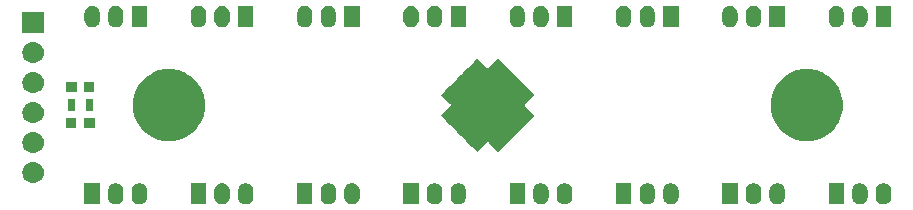
<source format=gbr>
G04 #@! TF.GenerationSoftware,KiCad,Pcbnew,(5.1.2)-1*
G04 #@! TF.CreationDate,2020-06-07T14:36:20+02:00*
G04 #@! TF.ProjectId,sensor-board,73656e73-6f72-42d6-926f-6172642e6b69,rev?*
G04 #@! TF.SameCoordinates,Original*
G04 #@! TF.FileFunction,Soldermask,Top*
G04 #@! TF.FilePolarity,Negative*
%FSLAX46Y46*%
G04 Gerber Fmt 4.6, Leading zero omitted, Abs format (unit mm)*
G04 Created by KiCad (PCBNEW (5.1.2)-1) date 2020-06-07 14:36:20*
%MOMM*%
%LPD*%
G04 APERTURE LIST*
%ADD10C,0.100000*%
G04 APERTURE END LIST*
D10*
G36*
X85127617Y-95608420D02*
G01*
X85218403Y-95635960D01*
X85250335Y-95645646D01*
X85363424Y-95706094D01*
X85462554Y-95787447D01*
X85543906Y-95886575D01*
X85604354Y-95999664D01*
X85614040Y-96031596D01*
X85641580Y-96122382D01*
X85651000Y-96218027D01*
X85651000Y-96781973D01*
X85641580Y-96877618D01*
X85614040Y-96968404D01*
X85604354Y-97000336D01*
X85543906Y-97113425D01*
X85462554Y-97212554D01*
X85363425Y-97293906D01*
X85250336Y-97354354D01*
X85218404Y-97364040D01*
X85127618Y-97391580D01*
X85000000Y-97404149D01*
X84872383Y-97391580D01*
X84781597Y-97364040D01*
X84749665Y-97354354D01*
X84636576Y-97293906D01*
X84537447Y-97212553D01*
X84456094Y-97113425D01*
X84395646Y-97000336D01*
X84385960Y-96968404D01*
X84358420Y-96877618D01*
X84349000Y-96781973D01*
X84349000Y-96218028D01*
X84358420Y-96122383D01*
X84395645Y-95999669D01*
X84395646Y-95999665D01*
X84456094Y-95886576D01*
X84537447Y-95787446D01*
X84636575Y-95706094D01*
X84749664Y-95645646D01*
X84781596Y-95635960D01*
X84872382Y-95608420D01*
X85000000Y-95595851D01*
X85127617Y-95608420D01*
X85127617Y-95608420D01*
G37*
G36*
X148127617Y-95608420D02*
G01*
X148218403Y-95635960D01*
X148250335Y-95645646D01*
X148363424Y-95706094D01*
X148462554Y-95787447D01*
X148543906Y-95886575D01*
X148604354Y-95999664D01*
X148614040Y-96031596D01*
X148641580Y-96122382D01*
X148651000Y-96218027D01*
X148651000Y-96781973D01*
X148641580Y-96877618D01*
X148614040Y-96968404D01*
X148604354Y-97000336D01*
X148543906Y-97113425D01*
X148462554Y-97212554D01*
X148363425Y-97293906D01*
X148250336Y-97354354D01*
X148218404Y-97364040D01*
X148127618Y-97391580D01*
X148000000Y-97404149D01*
X147872383Y-97391580D01*
X147781597Y-97364040D01*
X147749665Y-97354354D01*
X147636576Y-97293906D01*
X147537447Y-97212553D01*
X147456094Y-97113425D01*
X147395646Y-97000336D01*
X147385960Y-96968404D01*
X147358420Y-96877618D01*
X147349000Y-96781973D01*
X147349000Y-96218028D01*
X147358420Y-96122383D01*
X147395645Y-95999669D01*
X147395646Y-95999665D01*
X147456094Y-95886576D01*
X147537447Y-95787446D01*
X147636575Y-95706094D01*
X147749664Y-95645646D01*
X147781596Y-95635960D01*
X147872382Y-95608420D01*
X148000000Y-95595851D01*
X148127617Y-95608420D01*
X148127617Y-95608420D01*
G37*
G36*
X112127617Y-95608420D02*
G01*
X112218403Y-95635960D01*
X112250335Y-95645646D01*
X112363424Y-95706094D01*
X112462554Y-95787447D01*
X112543906Y-95886575D01*
X112604354Y-95999664D01*
X112614040Y-96031596D01*
X112641580Y-96122382D01*
X112651000Y-96218027D01*
X112651000Y-96781973D01*
X112641580Y-96877618D01*
X112614040Y-96968404D01*
X112604354Y-97000336D01*
X112543906Y-97113425D01*
X112462554Y-97212554D01*
X112363425Y-97293906D01*
X112250336Y-97354354D01*
X112218404Y-97364040D01*
X112127618Y-97391580D01*
X112000000Y-97404149D01*
X111872383Y-97391580D01*
X111781597Y-97364040D01*
X111749665Y-97354354D01*
X111636576Y-97293906D01*
X111537447Y-97212553D01*
X111456094Y-97113425D01*
X111395646Y-97000336D01*
X111385960Y-96968404D01*
X111358420Y-96877618D01*
X111349000Y-96781973D01*
X111349000Y-96218028D01*
X111358420Y-96122383D01*
X111395645Y-95999669D01*
X111395646Y-95999665D01*
X111456094Y-95886576D01*
X111537447Y-95787446D01*
X111636575Y-95706094D01*
X111749664Y-95645646D01*
X111781596Y-95635960D01*
X111872382Y-95608420D01*
X112000000Y-95595851D01*
X112127617Y-95608420D01*
X112127617Y-95608420D01*
G37*
G36*
X114127617Y-95608420D02*
G01*
X114218403Y-95635960D01*
X114250335Y-95645646D01*
X114363424Y-95706094D01*
X114462554Y-95787447D01*
X114543906Y-95886575D01*
X114604354Y-95999664D01*
X114614040Y-96031596D01*
X114641580Y-96122382D01*
X114651000Y-96218027D01*
X114651000Y-96781973D01*
X114641580Y-96877618D01*
X114614040Y-96968404D01*
X114604354Y-97000336D01*
X114543906Y-97113425D01*
X114462554Y-97212554D01*
X114363425Y-97293906D01*
X114250336Y-97354354D01*
X114218404Y-97364040D01*
X114127618Y-97391580D01*
X114000000Y-97404149D01*
X113872383Y-97391580D01*
X113781597Y-97364040D01*
X113749665Y-97354354D01*
X113636576Y-97293906D01*
X113537447Y-97212553D01*
X113456094Y-97113425D01*
X113395646Y-97000336D01*
X113385960Y-96968404D01*
X113358420Y-96877618D01*
X113349000Y-96781973D01*
X113349000Y-96218028D01*
X113358420Y-96122383D01*
X113395645Y-95999669D01*
X113395646Y-95999665D01*
X113456094Y-95886576D01*
X113537447Y-95787446D01*
X113636575Y-95706094D01*
X113749664Y-95645646D01*
X113781596Y-95635960D01*
X113872382Y-95608420D01*
X114000000Y-95595851D01*
X114127617Y-95608420D01*
X114127617Y-95608420D01*
G37*
G36*
X103127617Y-95608420D02*
G01*
X103218403Y-95635960D01*
X103250335Y-95645646D01*
X103363424Y-95706094D01*
X103462554Y-95787447D01*
X103543906Y-95886575D01*
X103604354Y-95999664D01*
X103614040Y-96031596D01*
X103641580Y-96122382D01*
X103651000Y-96218027D01*
X103651000Y-96781973D01*
X103641580Y-96877618D01*
X103614040Y-96968404D01*
X103604354Y-97000336D01*
X103543906Y-97113425D01*
X103462554Y-97212554D01*
X103363425Y-97293906D01*
X103250336Y-97354354D01*
X103218404Y-97364040D01*
X103127618Y-97391580D01*
X103000000Y-97404149D01*
X102872383Y-97391580D01*
X102781597Y-97364040D01*
X102749665Y-97354354D01*
X102636576Y-97293906D01*
X102537447Y-97212553D01*
X102456094Y-97113425D01*
X102395646Y-97000336D01*
X102385960Y-96968404D01*
X102358420Y-96877618D01*
X102349000Y-96781973D01*
X102349000Y-96218028D01*
X102358420Y-96122383D01*
X102395645Y-95999669D01*
X102395646Y-95999665D01*
X102456094Y-95886576D01*
X102537447Y-95787446D01*
X102636575Y-95706094D01*
X102749664Y-95645646D01*
X102781596Y-95635960D01*
X102872382Y-95608420D01*
X103000000Y-95595851D01*
X103127617Y-95608420D01*
X103127617Y-95608420D01*
G37*
G36*
X105127617Y-95608420D02*
G01*
X105218403Y-95635960D01*
X105250335Y-95645646D01*
X105363424Y-95706094D01*
X105462554Y-95787447D01*
X105543906Y-95886575D01*
X105604354Y-95999664D01*
X105614040Y-96031596D01*
X105641580Y-96122382D01*
X105651000Y-96218027D01*
X105651000Y-96781973D01*
X105641580Y-96877618D01*
X105614040Y-96968404D01*
X105604354Y-97000336D01*
X105543906Y-97113425D01*
X105462554Y-97212554D01*
X105363425Y-97293906D01*
X105250336Y-97354354D01*
X105218404Y-97364040D01*
X105127618Y-97391580D01*
X105000000Y-97404149D01*
X104872383Y-97391580D01*
X104781597Y-97364040D01*
X104749665Y-97354354D01*
X104636576Y-97293906D01*
X104537447Y-97212553D01*
X104456094Y-97113425D01*
X104395646Y-97000336D01*
X104385960Y-96968404D01*
X104358420Y-96877618D01*
X104349000Y-96781973D01*
X104349000Y-96218028D01*
X104358420Y-96122383D01*
X104395645Y-95999669D01*
X104395646Y-95999665D01*
X104456094Y-95886576D01*
X104537447Y-95787446D01*
X104636575Y-95706094D01*
X104749664Y-95645646D01*
X104781596Y-95635960D01*
X104872382Y-95608420D01*
X105000000Y-95595851D01*
X105127617Y-95608420D01*
X105127617Y-95608420D01*
G37*
G36*
X94127617Y-95608420D02*
G01*
X94218403Y-95635960D01*
X94250335Y-95645646D01*
X94363424Y-95706094D01*
X94462554Y-95787447D01*
X94543906Y-95886575D01*
X94604354Y-95999664D01*
X94614040Y-96031596D01*
X94641580Y-96122382D01*
X94651000Y-96218027D01*
X94651000Y-96781973D01*
X94641580Y-96877618D01*
X94614040Y-96968404D01*
X94604354Y-97000336D01*
X94543906Y-97113425D01*
X94462554Y-97212554D01*
X94363425Y-97293906D01*
X94250336Y-97354354D01*
X94218404Y-97364040D01*
X94127618Y-97391580D01*
X94000000Y-97404149D01*
X93872383Y-97391580D01*
X93781597Y-97364040D01*
X93749665Y-97354354D01*
X93636576Y-97293906D01*
X93537447Y-97212553D01*
X93456094Y-97113425D01*
X93395646Y-97000336D01*
X93385960Y-96968404D01*
X93358420Y-96877618D01*
X93349000Y-96781973D01*
X93349000Y-96218028D01*
X93358420Y-96122383D01*
X93395645Y-95999669D01*
X93395646Y-95999665D01*
X93456094Y-95886576D01*
X93537447Y-95787446D01*
X93636575Y-95706094D01*
X93749664Y-95645646D01*
X93781596Y-95635960D01*
X93872382Y-95608420D01*
X94000000Y-95595851D01*
X94127617Y-95608420D01*
X94127617Y-95608420D01*
G37*
G36*
X96127617Y-95608420D02*
G01*
X96218403Y-95635960D01*
X96250335Y-95645646D01*
X96363424Y-95706094D01*
X96462554Y-95787447D01*
X96543906Y-95886575D01*
X96604354Y-95999664D01*
X96614040Y-96031596D01*
X96641580Y-96122382D01*
X96651000Y-96218027D01*
X96651000Y-96781973D01*
X96641580Y-96877618D01*
X96614040Y-96968404D01*
X96604354Y-97000336D01*
X96543906Y-97113425D01*
X96462554Y-97212554D01*
X96363425Y-97293906D01*
X96250336Y-97354354D01*
X96218404Y-97364040D01*
X96127618Y-97391580D01*
X96000000Y-97404149D01*
X95872383Y-97391580D01*
X95781597Y-97364040D01*
X95749665Y-97354354D01*
X95636576Y-97293906D01*
X95537447Y-97212553D01*
X95456094Y-97113425D01*
X95395646Y-97000336D01*
X95385960Y-96968404D01*
X95358420Y-96877618D01*
X95349000Y-96781973D01*
X95349000Y-96218028D01*
X95358420Y-96122383D01*
X95395645Y-95999669D01*
X95395646Y-95999665D01*
X95456094Y-95886576D01*
X95537447Y-95787446D01*
X95636575Y-95706094D01*
X95749664Y-95645646D01*
X95781596Y-95635960D01*
X95872382Y-95608420D01*
X96000000Y-95595851D01*
X96127617Y-95608420D01*
X96127617Y-95608420D01*
G37*
G36*
X87127617Y-95608420D02*
G01*
X87218403Y-95635960D01*
X87250335Y-95645646D01*
X87363424Y-95706094D01*
X87462554Y-95787447D01*
X87543906Y-95886575D01*
X87604354Y-95999664D01*
X87614040Y-96031596D01*
X87641580Y-96122382D01*
X87651000Y-96218027D01*
X87651000Y-96781973D01*
X87641580Y-96877618D01*
X87614040Y-96968404D01*
X87604354Y-97000336D01*
X87543906Y-97113425D01*
X87462554Y-97212554D01*
X87363425Y-97293906D01*
X87250336Y-97354354D01*
X87218404Y-97364040D01*
X87127618Y-97391580D01*
X87000000Y-97404149D01*
X86872383Y-97391580D01*
X86781597Y-97364040D01*
X86749665Y-97354354D01*
X86636576Y-97293906D01*
X86537447Y-97212553D01*
X86456094Y-97113425D01*
X86395646Y-97000336D01*
X86385960Y-96968404D01*
X86358420Y-96877618D01*
X86349000Y-96781973D01*
X86349000Y-96218028D01*
X86358420Y-96122383D01*
X86395645Y-95999669D01*
X86395646Y-95999665D01*
X86456094Y-95886576D01*
X86537447Y-95787446D01*
X86636575Y-95706094D01*
X86749664Y-95645646D01*
X86781596Y-95635960D01*
X86872382Y-95608420D01*
X87000000Y-95595851D01*
X87127617Y-95608420D01*
X87127617Y-95608420D01*
G37*
G36*
X150127617Y-95608420D02*
G01*
X150218403Y-95635960D01*
X150250335Y-95645646D01*
X150363424Y-95706094D01*
X150462554Y-95787447D01*
X150543906Y-95886575D01*
X150604354Y-95999664D01*
X150614040Y-96031596D01*
X150641580Y-96122382D01*
X150651000Y-96218027D01*
X150651000Y-96781973D01*
X150641580Y-96877618D01*
X150614040Y-96968404D01*
X150604354Y-97000336D01*
X150543906Y-97113425D01*
X150462554Y-97212554D01*
X150363425Y-97293906D01*
X150250336Y-97354354D01*
X150218404Y-97364040D01*
X150127618Y-97391580D01*
X150000000Y-97404149D01*
X149872383Y-97391580D01*
X149781597Y-97364040D01*
X149749665Y-97354354D01*
X149636576Y-97293906D01*
X149537447Y-97212553D01*
X149456094Y-97113425D01*
X149395646Y-97000336D01*
X149385960Y-96968404D01*
X149358420Y-96877618D01*
X149349000Y-96781973D01*
X149349000Y-96218028D01*
X149358420Y-96122383D01*
X149395645Y-95999669D01*
X149395646Y-95999665D01*
X149456094Y-95886576D01*
X149537447Y-95787446D01*
X149636575Y-95706094D01*
X149749664Y-95645646D01*
X149781596Y-95635960D01*
X149872382Y-95608420D01*
X150000000Y-95595851D01*
X150127617Y-95608420D01*
X150127617Y-95608420D01*
G37*
G36*
X139127617Y-95608420D02*
G01*
X139218403Y-95635960D01*
X139250335Y-95645646D01*
X139363424Y-95706094D01*
X139462554Y-95787447D01*
X139543906Y-95886575D01*
X139604354Y-95999664D01*
X139614040Y-96031596D01*
X139641580Y-96122382D01*
X139651000Y-96218027D01*
X139651000Y-96781973D01*
X139641580Y-96877618D01*
X139614040Y-96968404D01*
X139604354Y-97000336D01*
X139543906Y-97113425D01*
X139462554Y-97212554D01*
X139363425Y-97293906D01*
X139250336Y-97354354D01*
X139218404Y-97364040D01*
X139127618Y-97391580D01*
X139000000Y-97404149D01*
X138872383Y-97391580D01*
X138781597Y-97364040D01*
X138749665Y-97354354D01*
X138636576Y-97293906D01*
X138537447Y-97212553D01*
X138456094Y-97113425D01*
X138395646Y-97000336D01*
X138385960Y-96968404D01*
X138358420Y-96877618D01*
X138349000Y-96781973D01*
X138349000Y-96218028D01*
X138358420Y-96122383D01*
X138395645Y-95999669D01*
X138395646Y-95999665D01*
X138456094Y-95886576D01*
X138537447Y-95787446D01*
X138636575Y-95706094D01*
X138749664Y-95645646D01*
X138781596Y-95635960D01*
X138872382Y-95608420D01*
X139000000Y-95595851D01*
X139127617Y-95608420D01*
X139127617Y-95608420D01*
G37*
G36*
X141127617Y-95608420D02*
G01*
X141218403Y-95635960D01*
X141250335Y-95645646D01*
X141363424Y-95706094D01*
X141462554Y-95787447D01*
X141543906Y-95886575D01*
X141604354Y-95999664D01*
X141614040Y-96031596D01*
X141641580Y-96122382D01*
X141651000Y-96218027D01*
X141651000Y-96781973D01*
X141641580Y-96877618D01*
X141614040Y-96968404D01*
X141604354Y-97000336D01*
X141543906Y-97113425D01*
X141462554Y-97212554D01*
X141363425Y-97293906D01*
X141250336Y-97354354D01*
X141218404Y-97364040D01*
X141127618Y-97391580D01*
X141000000Y-97404149D01*
X140872383Y-97391580D01*
X140781597Y-97364040D01*
X140749665Y-97354354D01*
X140636576Y-97293906D01*
X140537447Y-97212553D01*
X140456094Y-97113425D01*
X140395646Y-97000336D01*
X140385960Y-96968404D01*
X140358420Y-96877618D01*
X140349000Y-96781973D01*
X140349000Y-96218028D01*
X140358420Y-96122383D01*
X140395645Y-95999669D01*
X140395646Y-95999665D01*
X140456094Y-95886576D01*
X140537447Y-95787446D01*
X140636575Y-95706094D01*
X140749664Y-95645646D01*
X140781596Y-95635960D01*
X140872382Y-95608420D01*
X141000000Y-95595851D01*
X141127617Y-95608420D01*
X141127617Y-95608420D01*
G37*
G36*
X130127617Y-95608420D02*
G01*
X130218403Y-95635960D01*
X130250335Y-95645646D01*
X130363424Y-95706094D01*
X130462554Y-95787447D01*
X130543906Y-95886575D01*
X130604354Y-95999664D01*
X130614040Y-96031596D01*
X130641580Y-96122382D01*
X130651000Y-96218027D01*
X130651000Y-96781973D01*
X130641580Y-96877618D01*
X130614040Y-96968404D01*
X130604354Y-97000336D01*
X130543906Y-97113425D01*
X130462554Y-97212554D01*
X130363425Y-97293906D01*
X130250336Y-97354354D01*
X130218404Y-97364040D01*
X130127618Y-97391580D01*
X130000000Y-97404149D01*
X129872383Y-97391580D01*
X129781597Y-97364040D01*
X129749665Y-97354354D01*
X129636576Y-97293906D01*
X129537447Y-97212553D01*
X129456094Y-97113425D01*
X129395646Y-97000336D01*
X129385960Y-96968404D01*
X129358420Y-96877618D01*
X129349000Y-96781973D01*
X129349000Y-96218028D01*
X129358420Y-96122383D01*
X129395645Y-95999669D01*
X129395646Y-95999665D01*
X129456094Y-95886576D01*
X129537447Y-95787446D01*
X129636575Y-95706094D01*
X129749664Y-95645646D01*
X129781596Y-95635960D01*
X129872382Y-95608420D01*
X130000000Y-95595851D01*
X130127617Y-95608420D01*
X130127617Y-95608420D01*
G37*
G36*
X132127617Y-95608420D02*
G01*
X132218403Y-95635960D01*
X132250335Y-95645646D01*
X132363424Y-95706094D01*
X132462554Y-95787447D01*
X132543906Y-95886575D01*
X132604354Y-95999664D01*
X132614040Y-96031596D01*
X132641580Y-96122382D01*
X132651000Y-96218027D01*
X132651000Y-96781973D01*
X132641580Y-96877618D01*
X132614040Y-96968404D01*
X132604354Y-97000336D01*
X132543906Y-97113425D01*
X132462554Y-97212554D01*
X132363425Y-97293906D01*
X132250336Y-97354354D01*
X132218404Y-97364040D01*
X132127618Y-97391580D01*
X132000000Y-97404149D01*
X131872383Y-97391580D01*
X131781597Y-97364040D01*
X131749665Y-97354354D01*
X131636576Y-97293906D01*
X131537447Y-97212553D01*
X131456094Y-97113425D01*
X131395646Y-97000336D01*
X131385960Y-96968404D01*
X131358420Y-96877618D01*
X131349000Y-96781973D01*
X131349000Y-96218028D01*
X131358420Y-96122383D01*
X131395645Y-95999669D01*
X131395646Y-95999665D01*
X131456094Y-95886576D01*
X131537447Y-95787446D01*
X131636575Y-95706094D01*
X131749664Y-95645646D01*
X131781596Y-95635960D01*
X131872382Y-95608420D01*
X132000000Y-95595851D01*
X132127617Y-95608420D01*
X132127617Y-95608420D01*
G37*
G36*
X121127617Y-95608420D02*
G01*
X121218403Y-95635960D01*
X121250335Y-95645646D01*
X121363424Y-95706094D01*
X121462554Y-95787447D01*
X121543906Y-95886575D01*
X121604354Y-95999664D01*
X121614040Y-96031596D01*
X121641580Y-96122382D01*
X121651000Y-96218027D01*
X121651000Y-96781973D01*
X121641580Y-96877618D01*
X121614040Y-96968404D01*
X121604354Y-97000336D01*
X121543906Y-97113425D01*
X121462554Y-97212554D01*
X121363425Y-97293906D01*
X121250336Y-97354354D01*
X121218404Y-97364040D01*
X121127618Y-97391580D01*
X121000000Y-97404149D01*
X120872383Y-97391580D01*
X120781597Y-97364040D01*
X120749665Y-97354354D01*
X120636576Y-97293906D01*
X120537447Y-97212553D01*
X120456094Y-97113425D01*
X120395646Y-97000336D01*
X120385960Y-96968404D01*
X120358420Y-96877618D01*
X120349000Y-96781973D01*
X120349000Y-96218028D01*
X120358420Y-96122383D01*
X120395645Y-95999669D01*
X120395646Y-95999665D01*
X120456094Y-95886576D01*
X120537447Y-95787446D01*
X120636575Y-95706094D01*
X120749664Y-95645646D01*
X120781596Y-95635960D01*
X120872382Y-95608420D01*
X121000000Y-95595851D01*
X121127617Y-95608420D01*
X121127617Y-95608420D01*
G37*
G36*
X123127617Y-95608420D02*
G01*
X123218403Y-95635960D01*
X123250335Y-95645646D01*
X123363424Y-95706094D01*
X123462554Y-95787447D01*
X123543906Y-95886575D01*
X123604354Y-95999664D01*
X123614040Y-96031596D01*
X123641580Y-96122382D01*
X123651000Y-96218027D01*
X123651000Y-96781973D01*
X123641580Y-96877618D01*
X123614040Y-96968404D01*
X123604354Y-97000336D01*
X123543906Y-97113425D01*
X123462554Y-97212554D01*
X123363425Y-97293906D01*
X123250336Y-97354354D01*
X123218404Y-97364040D01*
X123127618Y-97391580D01*
X123000000Y-97404149D01*
X122872383Y-97391580D01*
X122781597Y-97364040D01*
X122749665Y-97354354D01*
X122636576Y-97293906D01*
X122537447Y-97212553D01*
X122456094Y-97113425D01*
X122395646Y-97000336D01*
X122385960Y-96968404D01*
X122358420Y-96877618D01*
X122349000Y-96781973D01*
X122349000Y-96218028D01*
X122358420Y-96122383D01*
X122395645Y-95999669D01*
X122395646Y-95999665D01*
X122456094Y-95886576D01*
X122537447Y-95787446D01*
X122636575Y-95706094D01*
X122749664Y-95645646D01*
X122781596Y-95635960D01*
X122872382Y-95608420D01*
X123000000Y-95595851D01*
X123127617Y-95608420D01*
X123127617Y-95608420D01*
G37*
G36*
X128651000Y-97401000D02*
G01*
X127349000Y-97401000D01*
X127349000Y-95599000D01*
X128651000Y-95599000D01*
X128651000Y-97401000D01*
X128651000Y-97401000D01*
G37*
G36*
X110651000Y-97401000D02*
G01*
X109349000Y-97401000D01*
X109349000Y-95599000D01*
X110651000Y-95599000D01*
X110651000Y-97401000D01*
X110651000Y-97401000D01*
G37*
G36*
X101651000Y-97401000D02*
G01*
X100349000Y-97401000D01*
X100349000Y-95599000D01*
X101651000Y-95599000D01*
X101651000Y-97401000D01*
X101651000Y-97401000D01*
G37*
G36*
X137651000Y-97401000D02*
G01*
X136349000Y-97401000D01*
X136349000Y-95599000D01*
X137651000Y-95599000D01*
X137651000Y-97401000D01*
X137651000Y-97401000D01*
G37*
G36*
X92651000Y-97401000D02*
G01*
X91349000Y-97401000D01*
X91349000Y-95599000D01*
X92651000Y-95599000D01*
X92651000Y-97401000D01*
X92651000Y-97401000D01*
G37*
G36*
X146651000Y-97401000D02*
G01*
X145349000Y-97401000D01*
X145349000Y-95599000D01*
X146651000Y-95599000D01*
X146651000Y-97401000D01*
X146651000Y-97401000D01*
G37*
G36*
X119651000Y-97401000D02*
G01*
X118349000Y-97401000D01*
X118349000Y-95599000D01*
X119651000Y-95599000D01*
X119651000Y-97401000D01*
X119651000Y-97401000D01*
G37*
G36*
X83651000Y-97401000D02*
G01*
X82349000Y-97401000D01*
X82349000Y-95599000D01*
X83651000Y-95599000D01*
X83651000Y-97401000D01*
X83651000Y-97401000D01*
G37*
G36*
X78110443Y-93805519D02*
G01*
X78176627Y-93812037D01*
X78346466Y-93863557D01*
X78502991Y-93947222D01*
X78538729Y-93976552D01*
X78640186Y-94059814D01*
X78723448Y-94161271D01*
X78752778Y-94197009D01*
X78836443Y-94353534D01*
X78887963Y-94523373D01*
X78905359Y-94700000D01*
X78887963Y-94876627D01*
X78836443Y-95046466D01*
X78752778Y-95202991D01*
X78723448Y-95238729D01*
X78640186Y-95340186D01*
X78538729Y-95423448D01*
X78502991Y-95452778D01*
X78346466Y-95536443D01*
X78176627Y-95587963D01*
X78110442Y-95594482D01*
X78044260Y-95601000D01*
X77955740Y-95601000D01*
X77889558Y-95594482D01*
X77823373Y-95587963D01*
X77653534Y-95536443D01*
X77497009Y-95452778D01*
X77461271Y-95423448D01*
X77359814Y-95340186D01*
X77276552Y-95238729D01*
X77247222Y-95202991D01*
X77163557Y-95046466D01*
X77112037Y-94876627D01*
X77094641Y-94700000D01*
X77112037Y-94523373D01*
X77163557Y-94353534D01*
X77247222Y-94197009D01*
X77276552Y-94161271D01*
X77359814Y-94059814D01*
X77461271Y-93976552D01*
X77497009Y-93947222D01*
X77653534Y-93863557D01*
X77823373Y-93812037D01*
X77889557Y-93805519D01*
X77955740Y-93799000D01*
X78044260Y-93799000D01*
X78110443Y-93805519D01*
X78110443Y-93805519D01*
G37*
G36*
X78082242Y-91262741D02*
G01*
X78176627Y-91272037D01*
X78346466Y-91323557D01*
X78502991Y-91407222D01*
X78538729Y-91436552D01*
X78640186Y-91519814D01*
X78723448Y-91621271D01*
X78752778Y-91657009D01*
X78836443Y-91813534D01*
X78887963Y-91983373D01*
X78905359Y-92160000D01*
X78887963Y-92336627D01*
X78836443Y-92506466D01*
X78752778Y-92662991D01*
X78723448Y-92698729D01*
X78640186Y-92800186D01*
X78538729Y-92883448D01*
X78502991Y-92912778D01*
X78346466Y-92996443D01*
X78176627Y-93047963D01*
X78110442Y-93054482D01*
X78044260Y-93061000D01*
X77955740Y-93061000D01*
X77889558Y-93054482D01*
X77823373Y-93047963D01*
X77653534Y-92996443D01*
X77497009Y-92912778D01*
X77461271Y-92883448D01*
X77359814Y-92800186D01*
X77276552Y-92698729D01*
X77247222Y-92662991D01*
X77163557Y-92506466D01*
X77112037Y-92336627D01*
X77094641Y-92160000D01*
X77112037Y-91983373D01*
X77163557Y-91813534D01*
X77247222Y-91657009D01*
X77276552Y-91621271D01*
X77359814Y-91519814D01*
X77461271Y-91436552D01*
X77497009Y-91407222D01*
X77653534Y-91323557D01*
X77823373Y-91272037D01*
X77917758Y-91262741D01*
X77955740Y-91259000D01*
X78044260Y-91259000D01*
X78082242Y-91262741D01*
X78082242Y-91262741D01*
G37*
G36*
X117703496Y-85358400D02*
G01*
X117703496Y-85358401D01*
X117843503Y-85498408D01*
X117843503Y-85498407D01*
X118163116Y-85818020D01*
X118163116Y-85818021D01*
X118303122Y-85958027D01*
X118303122Y-85958026D01*
X118622735Y-86277639D01*
X118622735Y-86277640D01*
X118711117Y-86366022D01*
X118711122Y-86366028D01*
X118762741Y-86417647D01*
X118762741Y-86417646D01*
X119082354Y-86737259D01*
X119082354Y-86737260D01*
X119133973Y-86788879D01*
X119133979Y-86788884D01*
X119222361Y-86877266D01*
X119222361Y-86877265D01*
X119541974Y-87196878D01*
X119541974Y-87196879D01*
X119681980Y-87336885D01*
X119681980Y-87336884D01*
X120001593Y-87656497D01*
X120001593Y-87656498D01*
X120141600Y-87796505D01*
X120141600Y-87796504D01*
X120461213Y-88116117D01*
X119665712Y-88911618D01*
X119650172Y-88930554D01*
X119638621Y-88952165D01*
X119631508Y-88975614D01*
X119629106Y-89000000D01*
X119631508Y-89024386D01*
X119638621Y-89047835D01*
X119650172Y-89069446D01*
X119665712Y-89088382D01*
X120461213Y-89883883D01*
X119222361Y-91122735D01*
X119082354Y-91262741D01*
X118762741Y-91582354D01*
X118622735Y-91722361D01*
X117383883Y-92961213D01*
X116588382Y-92165712D01*
X116569446Y-92150172D01*
X116547835Y-92138621D01*
X116524386Y-92131508D01*
X116500000Y-92129106D01*
X116475614Y-92131508D01*
X116452165Y-92138621D01*
X116430554Y-92150172D01*
X116411618Y-92165712D01*
X115616117Y-92961213D01*
X115296504Y-92641600D01*
X115296505Y-92641600D01*
X115156498Y-92501593D01*
X115156497Y-92501593D01*
X114836884Y-92181980D01*
X114836885Y-92181980D01*
X114696879Y-92041974D01*
X114696878Y-92041974D01*
X114377265Y-91722361D01*
X114377266Y-91722361D01*
X114288884Y-91633979D01*
X114288879Y-91633973D01*
X114237260Y-91582354D01*
X114237259Y-91582354D01*
X113917646Y-91262741D01*
X113917647Y-91262741D01*
X113866028Y-91211122D01*
X113866022Y-91211117D01*
X113777640Y-91122735D01*
X113777639Y-91122735D01*
X113458026Y-90803122D01*
X113458027Y-90803122D01*
X113318021Y-90663116D01*
X113318020Y-90663116D01*
X112998407Y-90343503D01*
X112998408Y-90343503D01*
X112858401Y-90203496D01*
X112858400Y-90203496D01*
X112538787Y-89883883D01*
X113334288Y-89088382D01*
X113349828Y-89069446D01*
X113361379Y-89047835D01*
X113368492Y-89024386D01*
X113370894Y-89000000D01*
X113368492Y-88975614D01*
X113361379Y-88952165D01*
X113349828Y-88930554D01*
X113334288Y-88911618D01*
X112538787Y-88116117D01*
X112858400Y-87796504D01*
X112858401Y-87796505D01*
X112998408Y-87656498D01*
X112998407Y-87656497D01*
X113318020Y-87336884D01*
X113318021Y-87336885D01*
X113458027Y-87196879D01*
X113458026Y-87196878D01*
X113777639Y-86877265D01*
X113777640Y-86877266D01*
X113866017Y-86788888D01*
X113866028Y-86788879D01*
X113917647Y-86737260D01*
X113917646Y-86737259D01*
X114237259Y-86417646D01*
X114237260Y-86417647D01*
X114288879Y-86366028D01*
X114288888Y-86366017D01*
X114377266Y-86277640D01*
X114377265Y-86277639D01*
X114696878Y-85958026D01*
X114696879Y-85958027D01*
X114836885Y-85818021D01*
X114836884Y-85818020D01*
X115156497Y-85498407D01*
X115156498Y-85498408D01*
X115296505Y-85358401D01*
X115296504Y-85358400D01*
X115616117Y-85038787D01*
X116411618Y-85834288D01*
X116430554Y-85849828D01*
X116452165Y-85861379D01*
X116475614Y-85868492D01*
X116500000Y-85870894D01*
X116524386Y-85868492D01*
X116547835Y-85861379D01*
X116569446Y-85849828D01*
X116588382Y-85834288D01*
X117383883Y-85038787D01*
X117703496Y-85358400D01*
X117703496Y-85358400D01*
G37*
G36*
X90389943Y-86066248D02*
G01*
X90945189Y-86296238D01*
X91126888Y-86417646D01*
X91444899Y-86630134D01*
X91869866Y-87055101D01*
X91988222Y-87232233D01*
X92203762Y-87554811D01*
X92433752Y-88110057D01*
X92551000Y-88699501D01*
X92551000Y-89300499D01*
X92433752Y-89889943D01*
X92203762Y-90445189D01*
X92136021Y-90546570D01*
X91869866Y-90944899D01*
X91444899Y-91369866D01*
X91194023Y-91537496D01*
X90945189Y-91703762D01*
X90389943Y-91933752D01*
X89800499Y-92051000D01*
X89199501Y-92051000D01*
X88610057Y-91933752D01*
X88054811Y-91703762D01*
X87805977Y-91537496D01*
X87555101Y-91369866D01*
X87130134Y-90944899D01*
X86863979Y-90546570D01*
X86796238Y-90445189D01*
X86566248Y-89889943D01*
X86449000Y-89300499D01*
X86449000Y-88699501D01*
X86566248Y-88110057D01*
X86796238Y-87554811D01*
X87011778Y-87232233D01*
X87130134Y-87055101D01*
X87555101Y-86630134D01*
X87873112Y-86417646D01*
X88054811Y-86296238D01*
X88610057Y-86066248D01*
X89199501Y-85949000D01*
X89800499Y-85949000D01*
X90389943Y-86066248D01*
X90389943Y-86066248D01*
G37*
G36*
X144389943Y-86066248D02*
G01*
X144945189Y-86296238D01*
X145126888Y-86417646D01*
X145444899Y-86630134D01*
X145869866Y-87055101D01*
X145988222Y-87232233D01*
X146203762Y-87554811D01*
X146433752Y-88110057D01*
X146551000Y-88699501D01*
X146551000Y-89300499D01*
X146433752Y-89889943D01*
X146203762Y-90445189D01*
X146136021Y-90546570D01*
X145869866Y-90944899D01*
X145444899Y-91369866D01*
X145194023Y-91537496D01*
X144945189Y-91703762D01*
X144389943Y-91933752D01*
X143800499Y-92051000D01*
X143199501Y-92051000D01*
X142610057Y-91933752D01*
X142054811Y-91703762D01*
X141805977Y-91537496D01*
X141555101Y-91369866D01*
X141130134Y-90944899D01*
X140863979Y-90546570D01*
X140796238Y-90445189D01*
X140566248Y-89889943D01*
X140449000Y-89300499D01*
X140449000Y-88699501D01*
X140566248Y-88110057D01*
X140796238Y-87554811D01*
X141011778Y-87232233D01*
X141130134Y-87055101D01*
X141555101Y-86630134D01*
X141873112Y-86417646D01*
X142054811Y-86296238D01*
X142610057Y-86066248D01*
X143199501Y-85949000D01*
X143800499Y-85949000D01*
X144389943Y-86066248D01*
X144389943Y-86066248D01*
G37*
G36*
X83251000Y-90951000D02*
G01*
X82349000Y-90951000D01*
X82349000Y-90049000D01*
X83251000Y-90049000D01*
X83251000Y-90951000D01*
X83251000Y-90951000D01*
G37*
G36*
X81651000Y-90951000D02*
G01*
X80749000Y-90951000D01*
X80749000Y-90049000D01*
X81651000Y-90049000D01*
X81651000Y-90951000D01*
X81651000Y-90951000D01*
G37*
G36*
X78110442Y-88725518D02*
G01*
X78176627Y-88732037D01*
X78346466Y-88783557D01*
X78502991Y-88867222D01*
X78538729Y-88896552D01*
X78640186Y-88979814D01*
X78713621Y-89069296D01*
X78752778Y-89117009D01*
X78836443Y-89273534D01*
X78887963Y-89443373D01*
X78905359Y-89620000D01*
X78887963Y-89796627D01*
X78836443Y-89966466D01*
X78752778Y-90122991D01*
X78738827Y-90139990D01*
X78640186Y-90260186D01*
X78538729Y-90343448D01*
X78502991Y-90372778D01*
X78346466Y-90456443D01*
X78176627Y-90507963D01*
X78110443Y-90514481D01*
X78044260Y-90521000D01*
X77955740Y-90521000D01*
X77889557Y-90514481D01*
X77823373Y-90507963D01*
X77653534Y-90456443D01*
X77497009Y-90372778D01*
X77461271Y-90343448D01*
X77359814Y-90260186D01*
X77261173Y-90139990D01*
X77247222Y-90122991D01*
X77163557Y-89966466D01*
X77112037Y-89796627D01*
X77094641Y-89620000D01*
X77112037Y-89443373D01*
X77163557Y-89273534D01*
X77247222Y-89117009D01*
X77286379Y-89069296D01*
X77359814Y-88979814D01*
X77461271Y-88896552D01*
X77497009Y-88867222D01*
X77653534Y-88783557D01*
X77823373Y-88732037D01*
X77889558Y-88725518D01*
X77955740Y-88719000D01*
X78044260Y-88719000D01*
X78110442Y-88725518D01*
X78110442Y-88725518D01*
G37*
G36*
X81551000Y-89501000D02*
G01*
X80949000Y-89501000D01*
X80949000Y-88499000D01*
X81551000Y-88499000D01*
X81551000Y-89501000D01*
X81551000Y-89501000D01*
G37*
G36*
X83051000Y-89501000D02*
G01*
X82449000Y-89501000D01*
X82449000Y-88499000D01*
X83051000Y-88499000D01*
X83051000Y-89501000D01*
X83051000Y-89501000D01*
G37*
G36*
X78110442Y-86185518D02*
G01*
X78176627Y-86192037D01*
X78346466Y-86243557D01*
X78502991Y-86327222D01*
X78531147Y-86350329D01*
X78640186Y-86439814D01*
X78719427Y-86536371D01*
X78752778Y-86577009D01*
X78836443Y-86733534D01*
X78887963Y-86903373D01*
X78905359Y-87080000D01*
X78887963Y-87256627D01*
X78836443Y-87426466D01*
X78752778Y-87582991D01*
X78723448Y-87618729D01*
X78640186Y-87720186D01*
X78547191Y-87796504D01*
X78502991Y-87832778D01*
X78346466Y-87916443D01*
X78176627Y-87967963D01*
X78110443Y-87974481D01*
X78044260Y-87981000D01*
X77955740Y-87981000D01*
X77889557Y-87974481D01*
X77823373Y-87967963D01*
X77653534Y-87916443D01*
X77497009Y-87832778D01*
X77452809Y-87796504D01*
X77359814Y-87720186D01*
X77276552Y-87618729D01*
X77247222Y-87582991D01*
X77163557Y-87426466D01*
X77112037Y-87256627D01*
X77094641Y-87080000D01*
X77112037Y-86903373D01*
X77163557Y-86733534D01*
X77247222Y-86577009D01*
X77280573Y-86536371D01*
X77359814Y-86439814D01*
X77468853Y-86350329D01*
X77497009Y-86327222D01*
X77653534Y-86243557D01*
X77823373Y-86192037D01*
X77889558Y-86185518D01*
X77955740Y-86179000D01*
X78044260Y-86179000D01*
X78110442Y-86185518D01*
X78110442Y-86185518D01*
G37*
G36*
X83201000Y-87926000D02*
G01*
X82299000Y-87926000D01*
X82299000Y-87074000D01*
X83201000Y-87074000D01*
X83201000Y-87926000D01*
X83201000Y-87926000D01*
G37*
G36*
X81701000Y-87926000D02*
G01*
X80799000Y-87926000D01*
X80799000Y-87074000D01*
X81701000Y-87074000D01*
X81701000Y-87926000D01*
X81701000Y-87926000D01*
G37*
G36*
X78110443Y-83645519D02*
G01*
X78176627Y-83652037D01*
X78346466Y-83703557D01*
X78502991Y-83787222D01*
X78538729Y-83816552D01*
X78640186Y-83899814D01*
X78723448Y-84001271D01*
X78752778Y-84037009D01*
X78836443Y-84193534D01*
X78887963Y-84363373D01*
X78905359Y-84540000D01*
X78887963Y-84716627D01*
X78836443Y-84886466D01*
X78752778Y-85042991D01*
X78723448Y-85078729D01*
X78640186Y-85180186D01*
X78538729Y-85263448D01*
X78502991Y-85292778D01*
X78346466Y-85376443D01*
X78176627Y-85427963D01*
X78110442Y-85434482D01*
X78044260Y-85441000D01*
X77955740Y-85441000D01*
X77889558Y-85434482D01*
X77823373Y-85427963D01*
X77653534Y-85376443D01*
X77497009Y-85292778D01*
X77461271Y-85263448D01*
X77359814Y-85180186D01*
X77276552Y-85078729D01*
X77247222Y-85042991D01*
X77163557Y-84886466D01*
X77112037Y-84716627D01*
X77094641Y-84540000D01*
X77112037Y-84363373D01*
X77163557Y-84193534D01*
X77247222Y-84037009D01*
X77276552Y-84001271D01*
X77359814Y-83899814D01*
X77461271Y-83816552D01*
X77497009Y-83787222D01*
X77653534Y-83703557D01*
X77823373Y-83652037D01*
X77889557Y-83645519D01*
X77955740Y-83639000D01*
X78044260Y-83639000D01*
X78110443Y-83645519D01*
X78110443Y-83645519D01*
G37*
G36*
X78901000Y-82901000D02*
G01*
X77099000Y-82901000D01*
X77099000Y-81099000D01*
X78901000Y-81099000D01*
X78901000Y-82901000D01*
X78901000Y-82901000D01*
G37*
G36*
X85127618Y-80608420D02*
G01*
X85218404Y-80635960D01*
X85250336Y-80645646D01*
X85363425Y-80706094D01*
X85462554Y-80787446D01*
X85543906Y-80886575D01*
X85604354Y-80999664D01*
X85604355Y-80999668D01*
X85641580Y-81122382D01*
X85651000Y-81218027D01*
X85651000Y-81781973D01*
X85641580Y-81877618D01*
X85614040Y-81968404D01*
X85604354Y-82000336D01*
X85543906Y-82113425D01*
X85462554Y-82212553D01*
X85363424Y-82293906D01*
X85250335Y-82354354D01*
X85218403Y-82364040D01*
X85127617Y-82391580D01*
X85000000Y-82404149D01*
X84872382Y-82391580D01*
X84781596Y-82364040D01*
X84749664Y-82354354D01*
X84636575Y-82293906D01*
X84537447Y-82212554D01*
X84456094Y-82113424D01*
X84395646Y-82000335D01*
X84385960Y-81968403D01*
X84358420Y-81877617D01*
X84349000Y-81781972D01*
X84349000Y-81218027D01*
X84358420Y-81122382D01*
X84395645Y-80999668D01*
X84395646Y-80999664D01*
X84456094Y-80886575D01*
X84537447Y-80787447D01*
X84636576Y-80706094D01*
X84749665Y-80645646D01*
X84781597Y-80635960D01*
X84872383Y-80608420D01*
X85000000Y-80595851D01*
X85127618Y-80608420D01*
X85127618Y-80608420D01*
G37*
G36*
X92127618Y-80608420D02*
G01*
X92218404Y-80635960D01*
X92250336Y-80645646D01*
X92363425Y-80706094D01*
X92462554Y-80787446D01*
X92543906Y-80886575D01*
X92604354Y-80999664D01*
X92604355Y-80999668D01*
X92641580Y-81122382D01*
X92651000Y-81218027D01*
X92651000Y-81781973D01*
X92641580Y-81877618D01*
X92614040Y-81968404D01*
X92604354Y-82000336D01*
X92543906Y-82113425D01*
X92462554Y-82212553D01*
X92363424Y-82293906D01*
X92250335Y-82354354D01*
X92218403Y-82364040D01*
X92127617Y-82391580D01*
X92000000Y-82404149D01*
X91872382Y-82391580D01*
X91781596Y-82364040D01*
X91749664Y-82354354D01*
X91636575Y-82293906D01*
X91537447Y-82212554D01*
X91456094Y-82113424D01*
X91395646Y-82000335D01*
X91385960Y-81968403D01*
X91358420Y-81877617D01*
X91349000Y-81781972D01*
X91349000Y-81218027D01*
X91358420Y-81122382D01*
X91395645Y-80999668D01*
X91395646Y-80999664D01*
X91456094Y-80886575D01*
X91537447Y-80787447D01*
X91636576Y-80706094D01*
X91749665Y-80645646D01*
X91781597Y-80635960D01*
X91872383Y-80608420D01*
X92000000Y-80595851D01*
X92127618Y-80608420D01*
X92127618Y-80608420D01*
G37*
G36*
X94127618Y-80608420D02*
G01*
X94218404Y-80635960D01*
X94250336Y-80645646D01*
X94363425Y-80706094D01*
X94462554Y-80787446D01*
X94543906Y-80886575D01*
X94604354Y-80999664D01*
X94604355Y-80999668D01*
X94641580Y-81122382D01*
X94651000Y-81218027D01*
X94651000Y-81781973D01*
X94641580Y-81877618D01*
X94614040Y-81968404D01*
X94604354Y-82000336D01*
X94543906Y-82113425D01*
X94462554Y-82212553D01*
X94363424Y-82293906D01*
X94250335Y-82354354D01*
X94218403Y-82364040D01*
X94127617Y-82391580D01*
X94000000Y-82404149D01*
X93872382Y-82391580D01*
X93781596Y-82364040D01*
X93749664Y-82354354D01*
X93636575Y-82293906D01*
X93537447Y-82212554D01*
X93456094Y-82113424D01*
X93395646Y-82000335D01*
X93385960Y-81968403D01*
X93358420Y-81877617D01*
X93349000Y-81781972D01*
X93349000Y-81218027D01*
X93358420Y-81122382D01*
X93395645Y-80999668D01*
X93395646Y-80999664D01*
X93456094Y-80886575D01*
X93537447Y-80787447D01*
X93636576Y-80706094D01*
X93749665Y-80645646D01*
X93781597Y-80635960D01*
X93872383Y-80608420D01*
X94000000Y-80595851D01*
X94127618Y-80608420D01*
X94127618Y-80608420D01*
G37*
G36*
X101127618Y-80608420D02*
G01*
X101218404Y-80635960D01*
X101250336Y-80645646D01*
X101363425Y-80706094D01*
X101462554Y-80787446D01*
X101543906Y-80886575D01*
X101604354Y-80999664D01*
X101604355Y-80999668D01*
X101641580Y-81122382D01*
X101651000Y-81218027D01*
X101651000Y-81781973D01*
X101641580Y-81877618D01*
X101614040Y-81968404D01*
X101604354Y-82000336D01*
X101543906Y-82113425D01*
X101462554Y-82212553D01*
X101363424Y-82293906D01*
X101250335Y-82354354D01*
X101218403Y-82364040D01*
X101127617Y-82391580D01*
X101000000Y-82404149D01*
X100872382Y-82391580D01*
X100781596Y-82364040D01*
X100749664Y-82354354D01*
X100636575Y-82293906D01*
X100537447Y-82212554D01*
X100456094Y-82113424D01*
X100395646Y-82000335D01*
X100385960Y-81968403D01*
X100358420Y-81877617D01*
X100349000Y-81781972D01*
X100349000Y-81218027D01*
X100358420Y-81122382D01*
X100395645Y-80999668D01*
X100395646Y-80999664D01*
X100456094Y-80886575D01*
X100537447Y-80787447D01*
X100636576Y-80706094D01*
X100749665Y-80645646D01*
X100781597Y-80635960D01*
X100872383Y-80608420D01*
X101000000Y-80595851D01*
X101127618Y-80608420D01*
X101127618Y-80608420D01*
G37*
G36*
X103127618Y-80608420D02*
G01*
X103218404Y-80635960D01*
X103250336Y-80645646D01*
X103363425Y-80706094D01*
X103462554Y-80787446D01*
X103543906Y-80886575D01*
X103604354Y-80999664D01*
X103604355Y-80999668D01*
X103641580Y-81122382D01*
X103651000Y-81218027D01*
X103651000Y-81781973D01*
X103641580Y-81877618D01*
X103614040Y-81968404D01*
X103604354Y-82000336D01*
X103543906Y-82113425D01*
X103462554Y-82212553D01*
X103363424Y-82293906D01*
X103250335Y-82354354D01*
X103218403Y-82364040D01*
X103127617Y-82391580D01*
X103000000Y-82404149D01*
X102872382Y-82391580D01*
X102781596Y-82364040D01*
X102749664Y-82354354D01*
X102636575Y-82293906D01*
X102537447Y-82212554D01*
X102456094Y-82113424D01*
X102395646Y-82000335D01*
X102385960Y-81968403D01*
X102358420Y-81877617D01*
X102349000Y-81781972D01*
X102349000Y-81218027D01*
X102358420Y-81122382D01*
X102395645Y-80999668D01*
X102395646Y-80999664D01*
X102456094Y-80886575D01*
X102537447Y-80787447D01*
X102636576Y-80706094D01*
X102749665Y-80645646D01*
X102781597Y-80635960D01*
X102872383Y-80608420D01*
X103000000Y-80595851D01*
X103127618Y-80608420D01*
X103127618Y-80608420D01*
G37*
G36*
X112127618Y-80608420D02*
G01*
X112218404Y-80635960D01*
X112250336Y-80645646D01*
X112363425Y-80706094D01*
X112462554Y-80787446D01*
X112543906Y-80886575D01*
X112604354Y-80999664D01*
X112604355Y-80999668D01*
X112641580Y-81122382D01*
X112651000Y-81218027D01*
X112651000Y-81781973D01*
X112641580Y-81877618D01*
X112614040Y-81968404D01*
X112604354Y-82000336D01*
X112543906Y-82113425D01*
X112462554Y-82212553D01*
X112363424Y-82293906D01*
X112250335Y-82354354D01*
X112218403Y-82364040D01*
X112127617Y-82391580D01*
X112000000Y-82404149D01*
X111872382Y-82391580D01*
X111781596Y-82364040D01*
X111749664Y-82354354D01*
X111636575Y-82293906D01*
X111537447Y-82212554D01*
X111456094Y-82113424D01*
X111395646Y-82000335D01*
X111385960Y-81968403D01*
X111358420Y-81877617D01*
X111349000Y-81781972D01*
X111349000Y-81218027D01*
X111358420Y-81122382D01*
X111395645Y-80999668D01*
X111395646Y-80999664D01*
X111456094Y-80886575D01*
X111537447Y-80787447D01*
X111636576Y-80706094D01*
X111749665Y-80645646D01*
X111781597Y-80635960D01*
X111872383Y-80608420D01*
X112000000Y-80595851D01*
X112127618Y-80608420D01*
X112127618Y-80608420D01*
G37*
G36*
X146127618Y-80608420D02*
G01*
X146218404Y-80635960D01*
X146250336Y-80645646D01*
X146363425Y-80706094D01*
X146462554Y-80787446D01*
X146543906Y-80886575D01*
X146604354Y-80999664D01*
X146604355Y-80999668D01*
X146641580Y-81122382D01*
X146651000Y-81218027D01*
X146651000Y-81781973D01*
X146641580Y-81877618D01*
X146614040Y-81968404D01*
X146604354Y-82000336D01*
X146543906Y-82113425D01*
X146462554Y-82212553D01*
X146363424Y-82293906D01*
X146250335Y-82354354D01*
X146218403Y-82364040D01*
X146127617Y-82391580D01*
X146000000Y-82404149D01*
X145872382Y-82391580D01*
X145781596Y-82364040D01*
X145749664Y-82354354D01*
X145636575Y-82293906D01*
X145537447Y-82212554D01*
X145456094Y-82113424D01*
X145395646Y-82000335D01*
X145385960Y-81968403D01*
X145358420Y-81877617D01*
X145349000Y-81781972D01*
X145349000Y-81218027D01*
X145358420Y-81122382D01*
X145395645Y-80999668D01*
X145395646Y-80999664D01*
X145456094Y-80886575D01*
X145537447Y-80787447D01*
X145636576Y-80706094D01*
X145749665Y-80645646D01*
X145781597Y-80635960D01*
X145872383Y-80608420D01*
X146000000Y-80595851D01*
X146127618Y-80608420D01*
X146127618Y-80608420D01*
G37*
G36*
X137127618Y-80608420D02*
G01*
X137218404Y-80635960D01*
X137250336Y-80645646D01*
X137363425Y-80706094D01*
X137462554Y-80787446D01*
X137543906Y-80886575D01*
X137604354Y-80999664D01*
X137604355Y-80999668D01*
X137641580Y-81122382D01*
X137651000Y-81218027D01*
X137651000Y-81781973D01*
X137641580Y-81877618D01*
X137614040Y-81968404D01*
X137604354Y-82000336D01*
X137543906Y-82113425D01*
X137462554Y-82212553D01*
X137363424Y-82293906D01*
X137250335Y-82354354D01*
X137218403Y-82364040D01*
X137127617Y-82391580D01*
X137000000Y-82404149D01*
X136872382Y-82391580D01*
X136781596Y-82364040D01*
X136749664Y-82354354D01*
X136636575Y-82293906D01*
X136537447Y-82212554D01*
X136456094Y-82113424D01*
X136395646Y-82000335D01*
X136385960Y-81968403D01*
X136358420Y-81877617D01*
X136349000Y-81781972D01*
X136349000Y-81218027D01*
X136358420Y-81122382D01*
X136395645Y-80999668D01*
X136395646Y-80999664D01*
X136456094Y-80886575D01*
X136537447Y-80787447D01*
X136636576Y-80706094D01*
X136749665Y-80645646D01*
X136781597Y-80635960D01*
X136872383Y-80608420D01*
X137000000Y-80595851D01*
X137127618Y-80608420D01*
X137127618Y-80608420D01*
G37*
G36*
X148127618Y-80608420D02*
G01*
X148218404Y-80635960D01*
X148250336Y-80645646D01*
X148363425Y-80706094D01*
X148462554Y-80787446D01*
X148543906Y-80886575D01*
X148604354Y-80999664D01*
X148604355Y-80999668D01*
X148641580Y-81122382D01*
X148651000Y-81218027D01*
X148651000Y-81781973D01*
X148641580Y-81877618D01*
X148614040Y-81968404D01*
X148604354Y-82000336D01*
X148543906Y-82113425D01*
X148462554Y-82212553D01*
X148363424Y-82293906D01*
X148250335Y-82354354D01*
X148218403Y-82364040D01*
X148127617Y-82391580D01*
X148000000Y-82404149D01*
X147872382Y-82391580D01*
X147781596Y-82364040D01*
X147749664Y-82354354D01*
X147636575Y-82293906D01*
X147537447Y-82212554D01*
X147456094Y-82113424D01*
X147395646Y-82000335D01*
X147385960Y-81968403D01*
X147358420Y-81877617D01*
X147349000Y-81781972D01*
X147349000Y-81218027D01*
X147358420Y-81122382D01*
X147395645Y-80999668D01*
X147395646Y-80999664D01*
X147456094Y-80886575D01*
X147537447Y-80787447D01*
X147636576Y-80706094D01*
X147749665Y-80645646D01*
X147781597Y-80635960D01*
X147872383Y-80608420D01*
X148000000Y-80595851D01*
X148127618Y-80608420D01*
X148127618Y-80608420D01*
G37*
G36*
X139127618Y-80608420D02*
G01*
X139218404Y-80635960D01*
X139250336Y-80645646D01*
X139363425Y-80706094D01*
X139462554Y-80787446D01*
X139543906Y-80886575D01*
X139604354Y-80999664D01*
X139604355Y-80999668D01*
X139641580Y-81122382D01*
X139651000Y-81218027D01*
X139651000Y-81781973D01*
X139641580Y-81877618D01*
X139614040Y-81968404D01*
X139604354Y-82000336D01*
X139543906Y-82113425D01*
X139462554Y-82212553D01*
X139363424Y-82293906D01*
X139250335Y-82354354D01*
X139218403Y-82364040D01*
X139127617Y-82391580D01*
X139000000Y-82404149D01*
X138872382Y-82391580D01*
X138781596Y-82364040D01*
X138749664Y-82354354D01*
X138636575Y-82293906D01*
X138537447Y-82212554D01*
X138456094Y-82113424D01*
X138395646Y-82000335D01*
X138385960Y-81968403D01*
X138358420Y-81877617D01*
X138349000Y-81781972D01*
X138349000Y-81218027D01*
X138358420Y-81122382D01*
X138395645Y-80999668D01*
X138395646Y-80999664D01*
X138456094Y-80886575D01*
X138537447Y-80787447D01*
X138636576Y-80706094D01*
X138749665Y-80645646D01*
X138781597Y-80635960D01*
X138872383Y-80608420D01*
X139000000Y-80595851D01*
X139127618Y-80608420D01*
X139127618Y-80608420D01*
G37*
G36*
X128127618Y-80608420D02*
G01*
X128218404Y-80635960D01*
X128250336Y-80645646D01*
X128363425Y-80706094D01*
X128462554Y-80787446D01*
X128543906Y-80886575D01*
X128604354Y-80999664D01*
X128604355Y-80999668D01*
X128641580Y-81122382D01*
X128651000Y-81218027D01*
X128651000Y-81781973D01*
X128641580Y-81877618D01*
X128614040Y-81968404D01*
X128604354Y-82000336D01*
X128543906Y-82113425D01*
X128462554Y-82212553D01*
X128363424Y-82293906D01*
X128250335Y-82354354D01*
X128218403Y-82364040D01*
X128127617Y-82391580D01*
X128000000Y-82404149D01*
X127872382Y-82391580D01*
X127781596Y-82364040D01*
X127749664Y-82354354D01*
X127636575Y-82293906D01*
X127537447Y-82212554D01*
X127456094Y-82113424D01*
X127395646Y-82000335D01*
X127385960Y-81968403D01*
X127358420Y-81877617D01*
X127349000Y-81781972D01*
X127349000Y-81218027D01*
X127358420Y-81122382D01*
X127395645Y-80999668D01*
X127395646Y-80999664D01*
X127456094Y-80886575D01*
X127537447Y-80787447D01*
X127636576Y-80706094D01*
X127749665Y-80645646D01*
X127781597Y-80635960D01*
X127872383Y-80608420D01*
X128000000Y-80595851D01*
X128127618Y-80608420D01*
X128127618Y-80608420D01*
G37*
G36*
X130127618Y-80608420D02*
G01*
X130218404Y-80635960D01*
X130250336Y-80645646D01*
X130363425Y-80706094D01*
X130462554Y-80787446D01*
X130543906Y-80886575D01*
X130604354Y-80999664D01*
X130604355Y-80999668D01*
X130641580Y-81122382D01*
X130651000Y-81218027D01*
X130651000Y-81781973D01*
X130641580Y-81877618D01*
X130614040Y-81968404D01*
X130604354Y-82000336D01*
X130543906Y-82113425D01*
X130462554Y-82212553D01*
X130363424Y-82293906D01*
X130250335Y-82354354D01*
X130218403Y-82364040D01*
X130127617Y-82391580D01*
X130000000Y-82404149D01*
X129872382Y-82391580D01*
X129781596Y-82364040D01*
X129749664Y-82354354D01*
X129636575Y-82293906D01*
X129537447Y-82212554D01*
X129456094Y-82113424D01*
X129395646Y-82000335D01*
X129385960Y-81968403D01*
X129358420Y-81877617D01*
X129349000Y-81781972D01*
X129349000Y-81218027D01*
X129358420Y-81122382D01*
X129395645Y-80999668D01*
X129395646Y-80999664D01*
X129456094Y-80886575D01*
X129537447Y-80787447D01*
X129636576Y-80706094D01*
X129749665Y-80645646D01*
X129781597Y-80635960D01*
X129872383Y-80608420D01*
X130000000Y-80595851D01*
X130127618Y-80608420D01*
X130127618Y-80608420D01*
G37*
G36*
X119127618Y-80608420D02*
G01*
X119218404Y-80635960D01*
X119250336Y-80645646D01*
X119363425Y-80706094D01*
X119462554Y-80787446D01*
X119543906Y-80886575D01*
X119604354Y-80999664D01*
X119604355Y-80999668D01*
X119641580Y-81122382D01*
X119651000Y-81218027D01*
X119651000Y-81781973D01*
X119641580Y-81877618D01*
X119614040Y-81968404D01*
X119604354Y-82000336D01*
X119543906Y-82113425D01*
X119462554Y-82212553D01*
X119363424Y-82293906D01*
X119250335Y-82354354D01*
X119218403Y-82364040D01*
X119127617Y-82391580D01*
X119000000Y-82404149D01*
X118872382Y-82391580D01*
X118781596Y-82364040D01*
X118749664Y-82354354D01*
X118636575Y-82293906D01*
X118537447Y-82212554D01*
X118456094Y-82113424D01*
X118395646Y-82000335D01*
X118385960Y-81968403D01*
X118358420Y-81877617D01*
X118349000Y-81781972D01*
X118349000Y-81218027D01*
X118358420Y-81122382D01*
X118395645Y-80999668D01*
X118395646Y-80999664D01*
X118456094Y-80886575D01*
X118537447Y-80787447D01*
X118636576Y-80706094D01*
X118749665Y-80645646D01*
X118781597Y-80635960D01*
X118872383Y-80608420D01*
X119000000Y-80595851D01*
X119127618Y-80608420D01*
X119127618Y-80608420D01*
G37*
G36*
X121127618Y-80608420D02*
G01*
X121218404Y-80635960D01*
X121250336Y-80645646D01*
X121363425Y-80706094D01*
X121462554Y-80787446D01*
X121543906Y-80886575D01*
X121604354Y-80999664D01*
X121604355Y-80999668D01*
X121641580Y-81122382D01*
X121651000Y-81218027D01*
X121651000Y-81781973D01*
X121641580Y-81877618D01*
X121614040Y-81968404D01*
X121604354Y-82000336D01*
X121543906Y-82113425D01*
X121462554Y-82212553D01*
X121363424Y-82293906D01*
X121250335Y-82354354D01*
X121218403Y-82364040D01*
X121127617Y-82391580D01*
X121000000Y-82404149D01*
X120872382Y-82391580D01*
X120781596Y-82364040D01*
X120749664Y-82354354D01*
X120636575Y-82293906D01*
X120537447Y-82212554D01*
X120456094Y-82113424D01*
X120395646Y-82000335D01*
X120385960Y-81968403D01*
X120358420Y-81877617D01*
X120349000Y-81781972D01*
X120349000Y-81218027D01*
X120358420Y-81122382D01*
X120395645Y-80999668D01*
X120395646Y-80999664D01*
X120456094Y-80886575D01*
X120537447Y-80787447D01*
X120636576Y-80706094D01*
X120749665Y-80645646D01*
X120781597Y-80635960D01*
X120872383Y-80608420D01*
X121000000Y-80595851D01*
X121127618Y-80608420D01*
X121127618Y-80608420D01*
G37*
G36*
X83127618Y-80608420D02*
G01*
X83218404Y-80635960D01*
X83250336Y-80645646D01*
X83363425Y-80706094D01*
X83462554Y-80787446D01*
X83543906Y-80886575D01*
X83604354Y-80999664D01*
X83604355Y-80999668D01*
X83641580Y-81122382D01*
X83651000Y-81218027D01*
X83651000Y-81781973D01*
X83641580Y-81877618D01*
X83614040Y-81968404D01*
X83604354Y-82000336D01*
X83543906Y-82113425D01*
X83462554Y-82212553D01*
X83363424Y-82293906D01*
X83250335Y-82354354D01*
X83218403Y-82364040D01*
X83127617Y-82391580D01*
X83000000Y-82404149D01*
X82872382Y-82391580D01*
X82781596Y-82364040D01*
X82749664Y-82354354D01*
X82636575Y-82293906D01*
X82537447Y-82212554D01*
X82456094Y-82113424D01*
X82395646Y-82000335D01*
X82385960Y-81968403D01*
X82358420Y-81877617D01*
X82349000Y-81781972D01*
X82349000Y-81218027D01*
X82358420Y-81122382D01*
X82395645Y-80999668D01*
X82395646Y-80999664D01*
X82456094Y-80886575D01*
X82537447Y-80787447D01*
X82636576Y-80706094D01*
X82749665Y-80645646D01*
X82781597Y-80635960D01*
X82872383Y-80608420D01*
X83000000Y-80595851D01*
X83127618Y-80608420D01*
X83127618Y-80608420D01*
G37*
G36*
X110127618Y-80608420D02*
G01*
X110218404Y-80635960D01*
X110250336Y-80645646D01*
X110363425Y-80706094D01*
X110462554Y-80787446D01*
X110543906Y-80886575D01*
X110604354Y-80999664D01*
X110604355Y-80999668D01*
X110641580Y-81122382D01*
X110651000Y-81218027D01*
X110651000Y-81781973D01*
X110641580Y-81877618D01*
X110614040Y-81968404D01*
X110604354Y-82000336D01*
X110543906Y-82113425D01*
X110462554Y-82212553D01*
X110363424Y-82293906D01*
X110250335Y-82354354D01*
X110218403Y-82364040D01*
X110127617Y-82391580D01*
X110000000Y-82404149D01*
X109872382Y-82391580D01*
X109781596Y-82364040D01*
X109749664Y-82354354D01*
X109636575Y-82293906D01*
X109537447Y-82212554D01*
X109456094Y-82113424D01*
X109395646Y-82000335D01*
X109385960Y-81968403D01*
X109358420Y-81877617D01*
X109349000Y-81781972D01*
X109349000Y-81218027D01*
X109358420Y-81122382D01*
X109395645Y-80999668D01*
X109395646Y-80999664D01*
X109456094Y-80886575D01*
X109537447Y-80787447D01*
X109636576Y-80706094D01*
X109749665Y-80645646D01*
X109781597Y-80635960D01*
X109872383Y-80608420D01*
X110000000Y-80595851D01*
X110127618Y-80608420D01*
X110127618Y-80608420D01*
G37*
G36*
X141651000Y-82401000D02*
G01*
X140349000Y-82401000D01*
X140349000Y-80599000D01*
X141651000Y-80599000D01*
X141651000Y-82401000D01*
X141651000Y-82401000D01*
G37*
G36*
X87651000Y-82401000D02*
G01*
X86349000Y-82401000D01*
X86349000Y-80599000D01*
X87651000Y-80599000D01*
X87651000Y-82401000D01*
X87651000Y-82401000D01*
G37*
G36*
X132651000Y-82401000D02*
G01*
X131349000Y-82401000D01*
X131349000Y-80599000D01*
X132651000Y-80599000D01*
X132651000Y-82401000D01*
X132651000Y-82401000D01*
G37*
G36*
X123651000Y-82401000D02*
G01*
X122349000Y-82401000D01*
X122349000Y-80599000D01*
X123651000Y-80599000D01*
X123651000Y-82401000D01*
X123651000Y-82401000D01*
G37*
G36*
X114651000Y-82401000D02*
G01*
X113349000Y-82401000D01*
X113349000Y-80599000D01*
X114651000Y-80599000D01*
X114651000Y-82401000D01*
X114651000Y-82401000D01*
G37*
G36*
X105651000Y-82401000D02*
G01*
X104349000Y-82401000D01*
X104349000Y-80599000D01*
X105651000Y-80599000D01*
X105651000Y-82401000D01*
X105651000Y-82401000D01*
G37*
G36*
X96651000Y-82401000D02*
G01*
X95349000Y-82401000D01*
X95349000Y-80599000D01*
X96651000Y-80599000D01*
X96651000Y-82401000D01*
X96651000Y-82401000D01*
G37*
G36*
X150651000Y-82401000D02*
G01*
X149349000Y-82401000D01*
X149349000Y-80599000D01*
X150651000Y-80599000D01*
X150651000Y-82401000D01*
X150651000Y-82401000D01*
G37*
M02*

</source>
